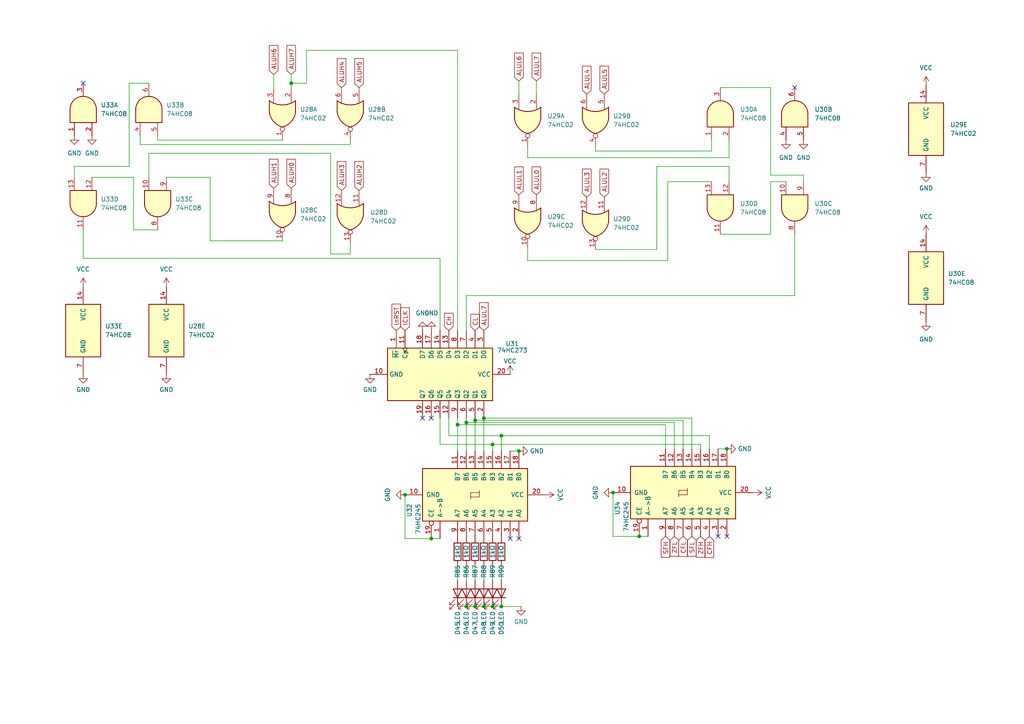
<source format=kicad_sch>
(kicad_sch (version 20211123) (generator eeschema)
  (paper "A4")
  (title_block (title "Talos ES") (date "2022-08-30") (rev "1.0") (company "The Byte Attic") (comment 1 "Kicad file by: Ricardo Setti") (comment 2 "Designed by: Bernardo Kastrup") (comment 3 "Flags"))
  (lib_symbols
    (symbol "74xx:74HC02" (pin_names (offset 1.016))
      (property "Reference" "U" (at 0 1.27 0))
      (property "Value" "74HC02" (at 0 -1.27 0))
      (symbol "74HC02_1_1"
        (arc (start -3.81 -3.81) (mid -2.589 0) (end -3.81 3.81) (stroke (width 0.254)))
        (arc (start -0.6096 -3.81) (mid 2.1842 -2.5851) (end 3.81 0) (stroke (width 0.254)) (fill (type background)))
        (polyline (pts (xy -3.81 -3.81) (xy -0.635 -3.81)) (stroke (width 0.254)) (fill (type background)))
        (polyline (pts (xy -3.81 3.81) (xy -0.635 3.81)) (stroke (width 0.254)) (fill (type background)))
        (polyline (pts (xy -0.635 3.81) (xy -3.81 3.81) (xy -3.81 3.81) (xy -3.556 3.4036) (xy -3.0226 2.2606) (xy -2.6924 1.0414) (xy -2.6162 -0.254) (xy -2.7686 -1.4986) (xy -3.175 -2.7178) (xy -3.81 -3.81) (xy -3.81 -3.81) (xy -0.635 -3.81)) (stroke (width -25.4)) (fill (type background)))
        (arc (start 3.81 0) (mid 2.1915 2.5936) (end -0.6096 3.81) (stroke (width 0.254)) (fill (type background)))
        (pin output inverted (at 7.62 0 180) (length 3.81) (name "~") (number "1"))
        (pin input line (at -7.62 2.54 0) (length 4.318) (name "~") (number "2"))
        (pin input line (at -7.62 -2.54 0) (length 4.318) (name "~") (number "3"))
      )
      (symbol "74HC02_1_2"
        (arc (start 0 -3.81) (mid 3.81 0) (end 0 3.81) (stroke (width 0.254)) (fill (type background)))
        (polyline (pts (xy 0 3.81) (xy -3.81 3.81) (xy -3.81 -3.81) (xy 0 -3.81)) (stroke (width 0.254)) (fill (type background)))
        (pin output line (at 7.62 0 180) (length 3.81) (name "~") (number "1"))
        (pin input inverted (at -7.62 2.54 0) (length 3.81) (name "~") (number "2"))
        (pin input inverted (at -7.62 -2.54 0) (length 3.81) (name "~") (number "3"))
      )
      (symbol "74HC02_2_1"
        (arc (start -3.81 -3.81) (mid -2.589 0) (end -3.81 3.81) (stroke (width 0.254)))
        (arc (start -0.6096 -3.81) (mid 2.1842 -2.5851) (end 3.81 0) (stroke (width 0.254)) (fill (type background)))
        (polyline (pts (xy -3.81 -3.81) (xy -0.635 -3.81)) (stroke (width 0.254)) (fill (type background)))
        (polyline (pts (xy -3.81 3.81) (xy -0.635 3.81)) (stroke (width 0.254)) (fill (type background)))
        (polyline (pts (xy -0.635 3.81) (xy -3.81 3.81) (xy -3.81 3.81) (xy -3.556 3.4036) (xy -3.0226 2.2606) (xy -2.6924 1.0414) (xy -2.6162 -0.254) (xy -2.7686 -1.4986) (xy -3.175 -2.7178) (xy -3.81 -3.81) (xy -3.81 -3.81) (xy -0.635 -3.81)) (stroke (width -25.4)) (fill (type background)))
        (arc (start 3.81 0) (mid 2.1915 2.5936) (end -0.6096 3.81) (stroke (width 0.254)) (fill (type background)))
        (pin output inverted (at 7.62 0 180) (length 3.81) (name "~") (number "4"))
        (pin input line (at -7.62 2.54 0) (length 4.318) (name "~") (number "5"))
        (pin input line (at -7.62 -2.54 0) (length 4.318) (name "~") (number "6"))
      )
      (symbol "74HC02_2_2"
        (arc (start 0 -3.81) (mid 3.81 0) (end 0 3.81) (stroke (width 0.254)) (fill (type background)))
        (polyline (pts (xy 0 3.81) (xy -3.81 3.81) (xy -3.81 -3.81) (xy 0 -3.81)) (stroke (width 0.254)) (fill (type background)))
        (pin output line (at 7.62 0 180) (length 3.81) (name "~") (number "4"))
        (pin input inverted (at -7.62 2.54 0) (length 3.81) (name "~") (number "5"))
        (pin input inverted (at -7.62 -2.54 0) (length 3.81) (name "~") (number "6"))
      )
      (symbol "74HC02_3_1"
        (arc (start -3.81 -3.81) (mid -2.589 0) (end -3.81 3.81) (stroke (width 0.254)))
        (arc (start -0.6096 -3.81) (mid 2.1842 -2.5851) (end 3.81 0) (stroke (width 0.254)) (fill (type background)))
        (polyline (pts (xy -3.81 -3.81) (xy -0.635 -3.81)) (stroke (width 0.254)) (fill (type background)))
        (polyline (pts (xy -3.81 3.81) (xy -0.635 3.81)) (stroke (width 0.254)) (fill (type background)))
        (polyline (pts (xy -0.635 3.81) (xy -3.81 3.81) (xy -3.81 3.81) (xy -3.556 3.4036) (xy -3.0226 2.2606) (xy -2.6924 1.0414) (xy -2.6162 -0.254) (xy -2.7686 -1.4986) (xy -3.175 -2.7178) (xy -3.81 -3.81) (xy -3.81 -3.81) (xy -0.635 -3.81)) (stroke (width -25.4)) (fill (type background)))
        (arc (start 3.81 0) (mid 2.1915 2.5936) (end -0.6096 3.81) (stroke (width 0.254)) (fill (type background)))
        (pin output inverted (at 7.62 0 180) (length 3.81) (name "~") (number "10"))
        (pin input line (at -7.62 2.54 0) (length 4.318) (name "~") (number "8"))
        (pin input line (at -7.62 -2.54 0) (length 4.318) (name "~") (number "9"))
      )
      (symbol "74HC02_3_2"
        (arc (start 0 -3.81) (mid 3.81 0) (end 0 3.81) (stroke (width 0.254)) (fill (type background)))
        (polyline (pts (xy 0 3.81) (xy -3.81 3.81) (xy -3.81 -3.81) (xy 0 -3.81)) (stroke (width 0.254)) (fill (type background)))
        (pin output line (at 7.62 0 180) (length 3.81) (name "~") (number "10"))
        (pin input inverted (at -7.62 2.54 0) (length 3.81) (name "~") (number "8"))
        (pin input inverted (at -7.62 -2.54 0) (length 3.81) (name "~") (number "9"))
      )
      (symbol "74HC02_4_1"
        (arc (start -3.81 -3.81) (mid -2.589 0) (end -3.81 3.81) (stroke (width 0.254)))
        (arc (start -0.6096 -3.81) (mid 2.1842 -2.5851) (end 3.81 0) (stroke (width 0.254)) (fill (type background)))
        (polyline (pts (xy -3.81 -3.81) (xy -0.635 -3.81)) (stroke (width 0.254)) (fill (type background)))
        (polyline (pts (xy -3.81 3.81) (xy -0.635 3.81)) (stroke (width 0.254)) (fill (type background)))
        (polyline (pts (xy -0.635 3.81) (xy -3.81 3.81) (xy -3.81 3.81) (xy -3.556 3.4036) (xy -3.0226 2.2606) (xy -2.6924 1.0414) (xy -2.6162 -0.254) (xy -2.7686 -1.4986) (xy -3.175 -2.7178) (xy -3.81 -3.81) (xy -3.81 -3.81) (xy -0.635 -3.81)) (stroke (width -25.4)) (fill (type background)))
        (arc (start 3.81 0) (mid 2.1915 2.5936) (end -0.6096 3.81) (stroke (width 0.254)) (fill (type background)))
        (pin input line (at -7.62 2.54 0) (length 4.318) (name "~") (number "11"))
        (pin input line (at -7.62 -2.54 0) (length 4.318) (name "~") (number "12"))
        (pin output inverted (at 7.62 0 180) (length 3.81) (name "~") (number "13"))
      )
      (symbol "74HC02_4_2"
        (arc (start 0 -3.81) (mid 3.81 0) (end 0 3.81) (stroke (width 0.254)) (fill (type background)))
        (polyline (pts (xy 0 3.81) (xy -3.81 3.81) (xy -3.81 -3.81) (xy 0 -3.81)) (stroke (width 0.254)) (fill (type background)))
        (pin input inverted (at -7.62 2.54 0) (length 3.81) (name "~") (number "11"))
        (pin input inverted (at -7.62 -2.54 0) (length 3.81) (name "~") (number "12"))
        (pin output line (at 7.62 0 180) (length 3.81) (name "~") (number "13"))
      )
      (symbol "74HC02_5_0"
        (pin power_in line (at 0 12.7 270) (length 5.08) (name "VCC") (number "14"))
        (pin power_in line (at 0 -12.7 90) (length 5.08) (name "GND") (number "7"))
      )
      (symbol "74HC02_5_1"
        (rectangle (start -5.08 7.62) (end 5.08 -7.62) (stroke (width 0.254)) (fill (type background)))
      )
    )
    (symbol "74xx:74HC245" (pin_names (offset 1.016))
      (property "Reference" "U" (at -7.62 16.51 0))
      (property "Value" "74HC245" (at -7.62 -16.51 0))
      (symbol "74HC245_1_0"
        (polyline (pts (xy -0.635 -1.27) (xy -0.635 1.27) (xy 0.635 1.27)))
        (polyline (pts (xy -1.27 -1.27) (xy 0.635 -1.27) (xy 0.635 1.27) (xy 1.27 1.27)))
        (pin input line (at -12.7 -10.16 0) (length 5.08) (name "A->B") (number "1"))
        (pin power_in line (at 0 -20.32 90) (length 5.08) (name "GND") (number "10"))
        (pin tri_state line (at 12.7 -5.08 180) (length 5.08) (name "B7") (number "11"))
        (pin tri_state line (at 12.7 -2.54 180) (length 5.08) (name "B6") (number "12"))
        (pin tri_state line (at 12.7 0 180) (length 5.08) (name "B5") (number "13"))
        (pin tri_state line (at 12.7 2.54 180) (length 5.08) (name "B4") (number "14"))
        (pin tri_state line (at 12.7 5.08 180) (length 5.08) (name "B3") (number "15"))
        (pin tri_state line (at 12.7 7.62 180) (length 5.08) (name "B2") (number "16"))
        (pin tri_state line (at 12.7 10.16 180) (length 5.08) (name "B1") (number "17"))
        (pin tri_state line (at 12.7 12.7 180) (length 5.08) (name "B0") (number "18"))
        (pin input inverted (at -12.7 -12.7 0) (length 5.08) (name "CE") (number "19"))
        (pin tri_state line (at -12.7 12.7 0) (length 5.08) (name "A0") (number "2"))
        (pin power_in line (at 0 20.32 270) (length 5.08) (name "VCC") (number "20"))
        (pin tri_state line (at -12.7 10.16 0) (length 5.08) (name "A1") (number "3"))
        (pin tri_state line (at -12.7 7.62 0) (length 5.08) (name "A2") (number "4"))
        (pin tri_state line (at -12.7 5.08 0) (length 5.08) (name "A3") (number "5"))
        (pin tri_state line (at -12.7 2.54 0) (length 5.08) (name "A4") (number "6"))
        (pin tri_state line (at -12.7 0 0) (length 5.08) (name "A5") (number "7"))
        (pin tri_state line (at -12.7 -2.54 0) (length 5.08) (name "A6") (number "8"))
        (pin tri_state line (at -12.7 -5.08 0) (length 5.08) (name "A7") (number "9"))
      )
      (symbol "74HC245_1_1"
        (rectangle (start -7.62 15.24) (end 7.62 -15.24) (stroke (width 0.254)) (fill (type background)))
      )
    )
    (symbol "74xx:74HC273"
      (property "Reference" "U" (at -7.62 16.51 0))
      (property "Value" "74HC273" (at -7.62 -16.51 0))
      (symbol "74HC273_1_0"
        (pin input line (at -12.7 -12.7 0) (length 5.08) (name "~{Mr}") (number "1"))
        (pin power_in line (at 0 -20.32 90) (length 5.08) (name "GND") (number "10"))
        (pin input clock (at -12.7 -10.16 0) (length 5.08) (name "Cp") (number "11"))
        (pin output line (at 12.7 2.54 180) (length 5.08) (name "Q4") (number "12"))
        (pin input line (at -12.7 2.54 0) (length 5.08) (name "D4") (number "13"))
        (pin input line (at -12.7 0 0) (length 5.08) (name "D5") (number "14"))
        (pin output line (at 12.7 0 180) (length 5.08) (name "Q5") (number "15"))
        (pin output line (at 12.7 -2.54 180) (length 5.08) (name "Q6") (number "16"))
        (pin input line (at -12.7 -2.54 0) (length 5.08) (name "D6") (number "17"))
        (pin input line (at -12.7 -5.08 0) (length 5.08) (name "D7") (number "18"))
        (pin output line (at 12.7 -5.08 180) (length 5.08) (name "Q7") (number "19"))
        (pin output line (at 12.7 12.7 180) (length 5.08) (name "Q0") (number "2"))
        (pin power_in line (at 0 20.32 270) (length 5.08) (name "VCC") (number "20"))
        (pin input line (at -12.7 12.7 0) (length 5.08) (name "D0") (number "3"))
        (pin input line (at -12.7 10.16 0) (length 5.08) (name "D1") (number "4"))
        (pin output line (at 12.7 10.16 180) (length 5.08) (name "Q1") (number "5"))
        (pin output line (at 12.7 7.62 180) (length 5.08) (name "Q2") (number "6"))
        (pin input line (at -12.7 7.62 0) (length 5.08) (name "D2") (number "7"))
        (pin input line (at -12.7 5.08 0) (length 5.08) (name "D3") (number "8"))
        (pin output line (at 12.7 5.08 180) (length 5.08) (name "Q3") (number "9"))
      )
      (symbol "74HC273_1_1"
        (rectangle (start -7.62 15.24) (end 7.62 -15.24) (stroke (width 0.254)) (fill (type background)))
      )
    )
    (symbol "74xx:74LS08" (pin_names (offset 1.016))
      (property "Reference" "U" (at 0 1.27 0))
      (property "Value" "74LS08" (at 0 -1.27 0))
      (symbol "74LS08_1_1"
        (arc (start 0 -3.81) (mid 3.81 0) (end 0 3.81) (stroke (width 0.254)) (fill (type background)))
        (polyline (pts (xy 0 3.81) (xy -3.81 3.81) (xy -3.81 -3.81) (xy 0 -3.81)) (stroke (width 0.254)) (fill (type background)))
        (pin input line (at -7.62 2.54 0) (length 3.81) (name "~") (number "1"))
        (pin input line (at -7.62 -2.54 0) (length 3.81) (name "~") (number "2"))
        (pin output line (at 7.62 0 180) (length 3.81) (name "~") (number "3"))
      )
      (symbol "74LS08_1_2"
        (arc (start -3.81 -3.81) (mid -2.589 0) (end -3.81 3.81) (stroke (width 0.254)))
        (arc (start -0.6096 -3.81) (mid 2.1842 -2.5851) (end 3.81 0) (stroke (width 0.254)) (fill (type background)))
        (polyline (pts (xy -3.81 -3.81) (xy -0.635 -3.81)) (stroke (width 0.254)) (fill (type background)))
        (polyline (pts (xy -3.81 3.81) (xy -0.635 3.81)) (stroke (width 0.254)) (fill (type background)))
        (polyline (pts (xy -0.635 3.81) (xy -3.81 3.81) (xy -3.81 3.81) (xy -3.556 3.4036) (xy -3.0226 2.2606) (xy -2.6924 1.0414) (xy -2.6162 -0.254) (xy -2.7686 -1.4986) (xy -3.175 -2.7178) (xy -3.81 -3.81) (xy -3.81 -3.81) (xy -0.635 -3.81)) (stroke (width -25.4)) (fill (type background)))
        (arc (start 3.81 0) (mid 2.1915 2.5936) (end -0.6096 3.81) (stroke (width 0.254)) (fill (type background)))
        (pin input inverted (at -7.62 2.54 0) (length 4.318) (name "~") (number "1"))
        (pin input inverted (at -7.62 -2.54 0) (length 4.318) (name "~") (number "2"))
        (pin output inverted (at 7.62 0 180) (length 3.81) (name "~") (number "3"))
      )
      (symbol "74LS08_2_1"
        (arc (start 0 -3.81) (mid 3.81 0) (end 0 3.81) (stroke (width 0.254)) (fill (type background)))
        (polyline (pts (xy 0 3.81) (xy -3.81 3.81) (xy -3.81 -3.81) (xy 0 -3.81)) (stroke (width 0.254)) (fill (type background)))
        (pin input line (at -7.62 2.54 0) (length 3.81) (name "~") (number "4"))
        (pin input line (at -7.62 -2.54 0) (length 3.81) (name "~") (number "5"))
        (pin output line (at 7.62 0 180) (length 3.81) (name "~") (number "6"))
      )
      (symbol "74LS08_2_2"
        (arc (start -3.81 -3.81) (mid -2.589 0) (end -3.81 3.81) (stroke (width 0.254)))
        (arc (start -0.6096 -3.81) (mid 2.1842 -2.5851) (end 3.81 0) (stroke (width 0.254)) (fill (type background)))
        (polyline (pts (xy -3.81 -3.81) (xy -0.635 -3.81)) (stroke (width 0.254)) (fill (type background)))
        (polyline (pts (xy -3.81 3.81) (xy -0.635 3.81)) (stroke (width 0.254)) (fill (type background)))
        (polyline (pts (xy -0.635 3.81) (xy -3.81 3.81) (xy -3.81 3.81) (xy -3.556 3.4036) (xy -3.0226 2.2606) (xy -2.6924 1.0414) (xy -2.6162 -0.254) (xy -2.7686 -1.4986) (xy -3.175 -2.7178) (xy -3.81 -3.81) (xy -3.81 -3.81) (xy -0.635 -3.81)) (stroke (width -25.4)) (fill (type background)))
        (arc (start 3.81 0) (mid 2.1915 2.5936) (end -0.6096 3.81) (stroke (width 0.254)) (fill (type background)))
        (pin input inverted (at -7.62 2.54 0) (length 4.318) (name "~") (number "4"))
        (pin input inverted (at -7.62 -2.54 0) (length 4.318) (name "~") (number "5"))
        (pin output inverted (at 7.62 0 180) (length 3.81) (name "~") (number "6"))
      )
      (symbol "74LS08_3_1"
        (arc (start 0 -3.81) (mid 3.81 0) (end 0 3.81) (stroke (width 0.254)) (fill (type background)))
        (polyline (pts (xy 0 3.81) (xy -3.81 3.81) (xy -3.81 -3.81) (xy 0 -3.81)) (stroke (width 0.254)) (fill (type background)))
        (pin input line (at -7.62 -2.54 0) (length 3.81) (name "~") (number "10"))
        (pin output line (at 7.62 0 180) (length 3.81) (name "~") (number "8"))
        (pin input line (at -7.62 2.54 0) (length 3.81) (name "~") (number "9"))
      )
      (symbol "74LS08_3_2"
        (arc (start -3.81 -3.81) (mid -2.589 0) (end -3.81 3.81) (stroke (width 0.254)))
        (arc (start -0.6096 -3.81) (mid 2.1842 -2.5851) (end 3.81 0) (stroke (width 0.254)) (fill (type background)))
        (polyline (pts (xy -3.81 -3.81) (xy -0.635 -3.81)) (stroke (width 0.254)) (fill (type background)))
        (polyline (pts (xy -3.81 3.81) (xy -0.635 3.81)) (stroke (width 0.254)) (fill (type background)))
        (polyline (pts (xy -0.635 3.81) (xy -3.81 3.81) (xy -3.81 3.81) (xy -3.556 3.4036) (xy -3.0226 2.2606) (xy -2.6924 1.0414) (xy -2.6162 -0.254) (xy -2.7686 -1.4986) (xy -3.175 -2.7178) (xy -3.81 -3.81) (xy -3.81 -3.81) (xy -0.635 -3.81)) (stroke (width -25.4)) (fill (type background)))
        (arc (start 3.81 0) (mid 2.1915 2.5936) (end -0.6096 3.81) (stroke (width 0.254)) (fill (type background)))
        (pin input inverted (at -7.62 -2.54 0) (length 4.318) (name "~") (number "10"))
        (pin output inverted (at 7.62 0 180) (length 3.81) (name "~") (number "8"))
        (pin input inverted (at -7.62 2.54 0) (length 4.318) (name "~") (number "9"))
      )
      (symbol "74LS08_4_1"
        (arc (start 0 -3.81) (mid 3.81 0) (end 0 3.81) (stroke (width 0.254)) (fill (type background)))
        (polyline (pts (xy 0 3.81) (xy -3.81 3.81) (xy -3.81 -3.81) (xy 0 -3.81)) (stroke (width 0.254)) (fill (type background)))
        (pin output line (at 7.62 0 180) (length 3.81) (name "~") (number "11"))
        (pin input line (at -7.62 2.54 0) (length 3.81) (name "~") (number "12"))
        (pin input line (at -7.62 -2.54 0) (length 3.81) (name "~") (number "13"))
      )
      (symbol "74LS08_4_2"
        (arc (start -3.81 -3.81) (mid -2.589 0) (end -3.81 3.81) (stroke (width 0.254)))
        (arc (start -0.6096 -3.81) (mid 2.1842 -2.5851) (end 3.81 0) (stroke (width 0.254)) (fill (type background)))
        (polyline (pts (xy -3.81 -3.81) (xy -0.635 -3.81)) (stroke (width 0.254)) (fill (type background)))
        (polyline (pts (xy -3.81 3.81) (xy -0.635 3.81)) (stroke (width 0.254)) (fill (type background)))
        (polyline (pts (xy -0.635 3.81) (xy -3.81 3.81) (xy -3.81 3.81) (xy -3.556 3.4036) (xy -3.0226 2.2606) (xy -2.6924 1.0414) (xy -2.6162 -0.254) (xy -2.7686 -1.4986) (xy -3.175 -2.7178) (xy -3.81 -3.81) (xy -3.81 -3.81) (xy -0.635 -3.81)) (stroke (width -25.4)) (fill (type background)))
        (arc (start 3.81 0) (mid 2.1915 2.5936) (end -0.6096 3.81) (stroke (width 0.254)) (fill (type background)))
        (pin output inverted (at 7.62 0 180) (length 3.81) (name "~") (number "11"))
        (pin input inverted (at -7.62 2.54 0) (length 4.318) (name "~") (number "12"))
        (pin input inverted (at -7.62 -2.54 0) (length 4.318) (name "~") (number "13"))
      )
      (symbol "74LS08_5_0"
        (pin power_in line (at 0 12.7 270) (length 5.08) (name "VCC") (number "14"))
        (pin power_in line (at 0 -12.7 90) (length 5.08) (name "GND") (number "7"))
      )
      (symbol "74LS08_5_1"
        (rectangle (start -5.08 7.62) (end 5.08 -7.62) (stroke (width 0.254)) (fill (type background)))
      )
    )
    (symbol "Device:LED" (pin_numbers hide) (pin_names (offset 1.016) hide)
      (property "Reference" "D" (at 0 2.54 0))
      (property "Value" "LED" (at 0 -2.54 0))
      (symbol "LED_0_1"
        (polyline (pts (xy -1.27 -1.27) (xy -1.27 1.27)) (stroke (width 0.254)))
        (polyline (pts (xy -1.27 0) (xy 1.27 0)))
        (polyline (pts (xy 1.27 -1.27) (xy 1.27 1.27) (xy -1.27 0) (xy 1.27 -1.27)) (stroke (width 0.254)))
        (polyline (pts (xy -3.048 -0.762) (xy -4.572 -2.286) (xy -3.81 -2.286) (xy -4.572 -2.286) (xy -4.572 -1.524)))
        (polyline (pts (xy -1.778 -0.762) (xy -3.302 -2.286) (xy -2.54 -2.286) (xy -3.302 -2.286) (xy -3.302 -1.524)))
      )
      (symbol "LED_1_1"
        (pin passive line (at -3.81 0 0) (length 2.54) (name "K") (number "1"))
        (pin passive line (at 3.81 0 180) (length 2.54) (name "A") (number "2"))
      )
    )
    (symbol "Device:R" (pin_numbers hide) (pin_names (offset 0))
      (property "Reference" "R" (at 2.032 0 90))
      (property "Value" "R" (at 0 0 90))
      (symbol "R_0_1"
        (rectangle (start -1.016 -2.54) (end 1.016 2.54) (stroke (width 0.254)))
      )
      (symbol "R_1_1"
        (pin passive line (at 0 3.81 270) (length 1.27) (name "~") (number "1"))
        (pin passive line (at 0 -3.81 90) (length 1.27) (name "~") (number "2"))
      )
    )
    (symbol "power:GND" (power) (pin_names (offset 0))
      (property "Value" "GND" (at 0 -3.81 0))
      (symbol "GND_0_1"
        (polyline (pts (xy 0 0) (xy 0 -1.27) (xy 1.27 -1.27) (xy 0 -2.54) (xy -1.27 -1.27) (xy 0 -1.27)))
      )
      (symbol "GND_1_1"
        (pin power_in line (at 0 0 270) (length 0) hide (name "GND") (number "1"))
      )
    )
    (symbol "power:VCC" (power) (pin_names (offset 0))
      (property "Value" "VCC" (at 0 3.81 0))
      (symbol "VCC_0_1"
        (polyline (pts (xy -0.762 1.27) (xy 0 2.54)))
        (polyline (pts (xy 0 0) (xy 0 2.54)))
        (polyline (pts (xy 0 2.54) (xy 0.762 1.27)))
      )
      (symbol "VCC_1_1"
        (pin power_in line (at 0 0 90) (length 0) hide (name "VCC") (number "1"))
      )
    )
  )
  (junction (at 132.715 123.19))
  (junction (at 140.335 175.895))
  (junction (at 145.415 175.895))
  (junction (at 145.415 126.365))
  (junction (at 177.8 142.875))
  (junction (at 137.795 121.92))
  (junction (at 84.455 24.13))
  (junction (at 140.335 121.285))
  (junction (at 135.255 122.555))
  (junction (at 142.875 128.905))
  (junction (at 185.42 155.575))
  (junction (at 210.82 130.175))
  (junction (at 135.255 175.895))
  (junction (at 142.875 175.895))
  (junction (at 125.095 156.21))
  (junction (at 137.795 175.895))
  (junction (at 117.475 143.51))
  (junction (at 150.495 130.81))
  (no_connect (at 150.495 156.21))
  (no_connect (at 147.955 156.21))
  (no_connect (at 210.82 155.575))
  (no_connect (at 125.095 121.285))
  (no_connect (at 122.555 121.285))
  (no_connect (at 24.13 24.13))
  (no_connect (at 208.28 155.575))
  (no_connect (at 230.505 25.4))
  (wire (pts (xy 88.9 14.605) (xy 88.9 24.13)))
  (wire (pts (xy 142.875 175.895) (xy 145.415 175.895)))
  (wire (pts (xy 117.475 143.51) (xy 117.475 156.21)))
  (wire (pts (xy 130.175 121.285) (xy 130.175 126.365)))
  (wire (pts (xy 137.795 175.895) (xy 140.335 175.895)))
  (wire (pts (xy 223.52 52.705) (xy 223.52 67.945)))
  (wire (pts (xy 203.2 128.905) (xy 142.875 128.905)))
  (wire (pts (xy 185.42 155.575) (xy 187.96 155.575)))
  (wire (pts (xy 177.8 142.875) (xy 177.8 155.575)))
  (wire (pts (xy 101.6 73.66) (xy 101.6 70.485)))
  (wire (pts (xy 88.9 24.13) (xy 84.455 24.13)))
  (wire (pts (xy 79.375 21.59) (xy 79.375 25.4)))
  (wire (pts (xy 155.575 23.495) (xy 155.575 27.305)))
  (wire (pts (xy 45.72 40.64) (xy 45.72 39.37)))
  (wire (pts (xy 206.375 43.815) (xy 172.72 43.815)))
  (wire (pts (xy 172.72 42.545) (xy 172.72 43.815)))
  (wire (pts (xy 125.095 156.21) (xy 127.635 156.21)))
  (wire (pts (xy 227.965 52.705) (xy 223.52 52.705)))
  (wire (pts (xy 21.59 48.26) (xy 21.59 51.435)))
  (wire (pts (xy 132.715 163.83) (xy 132.715 168.275)))
  (wire (pts (xy 223.52 50.8) (xy 233.045 50.8)))
  (wire (pts (xy 233.045 50.8) (xy 233.045 52.705)))
  (wire (pts (xy 45.72 66.675) (xy 38.735 66.675)))
  (wire (pts (xy 95.885 44.45) (xy 43.18 44.45)))
  (wire (pts (xy 101.6 41.91) (xy 40.64 41.91)))
  (wire (pts (xy 132.715 95.885) (xy 132.715 14.605)))
  (wire (pts (xy 206.375 52.705) (xy 193.675 52.705)))
  (wire (pts (xy 203.2 130.175) (xy 203.2 128.905)))
  (wire (pts (xy 43.18 44.45) (xy 43.18 51.435)))
  (wire (pts (xy 223.52 25.4) (xy 223.52 50.8)))
  (wire (pts (xy 145.415 163.83) (xy 145.415 168.275)))
  (wire (pts (xy 81.915 40.64) (xy 45.72 40.64)))
  (wire (pts (xy 208.915 25.4) (xy 223.52 25.4)))
  (wire (pts (xy 140.335 163.83) (xy 140.335 168.275)))
  (wire (pts (xy 132.715 14.605) (xy 88.9 14.605)))
  (wire (pts (xy 211.455 45.72) (xy 153.035 45.72)))
  (wire (pts (xy 84.455 21.59) (xy 84.455 24.13)))
  (wire (pts (xy 195.58 130.175) (xy 195.58 122.555)))
  (wire (pts (xy 132.715 175.895) (xy 135.255 175.895)))
  (wire (pts (xy 193.04 130.175) (xy 193.04 123.19)))
  (wire (pts (xy 193.675 52.705) (xy 193.675 75.565)))
  (wire (pts (xy 150.495 23.495) (xy 150.495 27.305)))
  (wire (pts (xy 147.955 130.81) (xy 150.495 130.81)))
  (wire (pts (xy 132.715 121.285) (xy 132.715 123.19)))
  (wire (pts (xy 153.035 45.72) (xy 153.035 42.545)))
  (wire (pts (xy 145.415 130.81) (xy 145.415 126.365)))
  (wire (pts (xy 193.675 75.565) (xy 153.035 75.565)))
  (wire (pts (xy 145.415 175.895) (xy 151.13 175.895)))
  (wire (pts (xy 60.96 51.435) (xy 48.26 51.435)))
  (wire (pts (xy 137.795 121.92) (xy 137.795 130.81)))
  (wire (pts (xy 38.735 51.435) (xy 26.67 51.435)))
  (wire (pts (xy 135.255 163.83) (xy 135.255 168.275)))
  (wire (pts (xy 40.64 41.91) (xy 40.64 39.37)))
  (wire (pts (xy 132.715 123.19) (xy 132.715 130.81)))
  (wire (pts (xy 198.12 130.175) (xy 198.12 121.92)))
  (wire (pts (xy 127.635 128.905) (xy 127.635 121.285)))
  (wire (pts (xy 127.635 95.885) (xy 127.635 74.93)))
  (wire (pts (xy 60.96 51.435) (xy 60.96 69.85)))
  (wire (pts (xy 135.255 122.555) (xy 135.255 130.81)))
  (wire (pts (xy 198.12 121.92) (xy 137.795 121.92)))
  (wire (pts (xy 142.875 130.81) (xy 142.875 128.905)))
  (wire (pts (xy 206.375 40.64) (xy 206.375 43.815)))
  (wire (pts (xy 84.455 24.13) (xy 84.455 25.4)))
  (wire (pts (xy 60.96 69.85) (xy 81.915 69.85)))
  (wire (pts (xy 177.8 155.575) (xy 185.42 155.575)))
  (wire (pts (xy 140.335 121.285) (xy 140.335 130.81)))
  (wire (pts (xy 211.455 40.64) (xy 211.455 45.72)))
  (wire (pts (xy 205.74 126.365) (xy 145.415 126.365)))
  (wire (pts (xy 195.58 122.555) (xy 135.255 122.555)))
  (wire (pts (xy 205.74 130.175) (xy 205.74 126.365)))
  (wire (pts (xy 142.875 128.905) (xy 127.635 128.905)))
  (wire (pts (xy 117.475 156.21) (xy 125.095 156.21)))
  (wire (pts (xy 190.5 48.26) (xy 190.5 72.39)))
  (wire (pts (xy 135.255 121.285) (xy 135.255 122.555)))
  (wire (pts (xy 37.465 24.13) (xy 37.465 48.26)))
  (wire (pts (xy 135.255 85.725) (xy 135.255 95.885)))
  (wire (pts (xy 95.885 73.66) (xy 101.6 73.66)))
  (wire (pts (xy 37.465 48.26) (xy 21.59 48.26)))
  (wire (pts (xy 230.505 67.945) (xy 230.505 85.725)))
  (wire (pts (xy 145.415 126.365) (xy 130.175 126.365)))
  (wire (pts (xy 200.66 121.285) (xy 140.335 121.285)))
  (wire (pts (xy 211.455 48.26) (xy 190.5 48.26)))
  (wire (pts (xy 135.255 175.895) (xy 137.795 175.895)))
  (wire (pts (xy 137.795 163.83) (xy 137.795 168.275)))
  (wire (pts (xy 230.505 85.725) (xy 135.255 85.725)))
  (wire (pts (xy 200.66 130.175) (xy 200.66 121.285)))
  (wire (pts (xy 142.875 163.83) (xy 142.875 168.275)))
  (wire (pts (xy 153.035 75.565) (xy 153.035 71.755)))
  (wire (pts (xy 127.635 74.93) (xy 24.13 74.93)))
  (wire (pts (xy 193.04 123.19) (xy 132.715 123.19)))
  (wire (pts (xy 137.795 121.285) (xy 137.795 121.92)))
  (wire (pts (xy 223.52 67.945) (xy 208.915 67.945)))
  (wire (pts (xy 101.6 40.64) (xy 101.6 41.91)))
  (wire (pts (xy 38.735 66.675) (xy 38.735 51.435)))
  (wire (pts (xy 24.13 74.93) (xy 24.13 66.675)))
  (wire (pts (xy 140.335 175.895) (xy 142.875 175.895)))
  (wire (pts (xy 95.885 44.45) (xy 95.885 73.66)))
  (wire (pts (xy 211.455 52.705) (xy 211.455 48.26)))
  (wire (pts (xy 43.18 24.13) (xy 37.465 24.13)))
  (wire (pts (xy 190.5 72.39) (xy 172.72 72.39)))
  (wire (pts (xy 208.28 130.175) (xy 210.82 130.175)))
  (global_label "CH" (shape input) (at 130.175 95.885 90) (property "Intersheet References" "${INTERSHEET_REFS}" (effects hide)))
  (global_label "ALUL4" (shape input) (at 170.18 27.305 90) (property "Intersheet References" "${INTERSHEET_REFS}" (effects hide)))
  (global_label "ALUL0" (shape input) (at 155.575 56.515 90) (property "Intersheet References" "${INTERSHEET_REFS}" (effects hide)))
  (global_label "ALUH5" (shape input) (at 104.14 25.4 90) (property "Intersheet References" "${INTERSHEET_REFS}" (effects hide)))
  (global_label "ALUL7" (shape input) (at 140.335 95.885 90) (property "Intersheet References" "${INTERSHEET_REFS}" (effects hide)))
  (global_label "ALUH4" (shape input) (at 99.06 25.4 90) (property "Intersheet References" "${INTERSHEET_REFS}" (effects hide)))
  (global_label "lCLK" (shape input) (at 117.475 95.885 90) (property "Intersheet References" "${INTERSHEET_REFS}" (effects hide)))
  (global_label "lnRST" (shape input) (at 114.935 95.885 90) (property "Intersheet References" "${INTERSHEET_REFS}" (effects hide)))
  (global_label "ALUL2" (shape input) (at 175.26 57.15 90) (property "Intersheet References" "${INTERSHEET_REFS}" (effects hide)))
  (global_label "ALUL3" (shape input) (at 170.18 57.15 90) (property "Intersheet References" "${INTERSHEET_REFS}" (effects hide)))
  (global_label "SFH" (shape input) (at 193.04 155.575 270) (property "Intersheet References" "${INTERSHEET_REFS}" (effects hide)))
  (global_label "ALUH1" (shape input) (at 79.375 54.61 90) (property "Intersheet References" "${INTERSHEET_REFS}" (effects hide)))
  (global_label "ALUH3" (shape input) (at 99.06 55.245 90) (property "Intersheet References" "${INTERSHEET_REFS}" (effects hide)))
  (global_label "SFL" (shape input) (at 200.66 155.575 270) (property "Intersheet References" "${INTERSHEET_REFS}" (effects hide)))
  (global_label "ALUH0" (shape input) (at 84.455 54.61 90) (property "Intersheet References" "${INTERSHEET_REFS}" (effects hide)))
  (global_label "ZFH" (shape input) (at 203.2 155.575 270) (property "Intersheet References" "${INTERSHEET_REFS}" (effects hide)))
  (global_label "ALUL5" (shape input) (at 175.26 27.305 90) (property "Intersheet References" "${INTERSHEET_REFS}" (effects hide)))
  (global_label "CFH" (shape input) (at 205.74 155.575 270) (property "Intersheet References" "${INTERSHEET_REFS}" (effects hide)))
  (global_label "CL" (shape input) (at 137.795 95.885 90) (property "Intersheet References" "${INTERSHEET_REFS}" (effects hide)))
  (global_label "CFL" (shape input) (at 198.12 155.575 270) (property "Intersheet References" "${INTERSHEET_REFS}" (effects hide)))
  (global_label "ALUH2" (shape input) (at 104.14 55.245 90) (property "Intersheet References" "${INTERSHEET_REFS}" (effects hide)))
  (global_label "ALUH6" (shape input) (at 79.375 21.59 90) (property "Intersheet References" "${INTERSHEET_REFS}" (effects hide)))
  (global_label "ALUL6" (shape input) (at 150.495 23.495 90) (property "Intersheet References" "${INTERSHEET_REFS}" (effects hide)))
  (global_label "ZFL" (shape input) (at 195.58 155.575 270) (property "Intersheet References" "${INTERSHEET_REFS}" (effects hide)))
  (global_label "ALUL1" (shape input) (at 150.495 56.515 90) (property "Intersheet References" "${INTERSHEET_REFS}" (effects hide)))
  (global_label "ALUL7" (shape input) (at 155.575 23.495 90) (property "Intersheet References" "${INTERSHEET_REFS}" (effects hide)))
  (global_label "ALUH7" (shape input) (at 84.455 21.59 90) (property "Intersheet References" "${INTERSHEET_REFS}" (effects hide)))
  (symbol (lib_id "74xx:74HC273") (at 127.635 108.585 270) (unit 1)
    (property "Reference" "U31" (at 148.59 99.695 90))
    (property "Value" "74HC273" (at 148.59 101.6 90))
    (property "Footprint" "Package_DIP:DIP-20_W7.62mm_Socket" (effects hide))
    (property "Datasheet" "https://assets.nexperia.com/documents/data-sheet/74HC_HCT273.pdf" (effects hide))
  )
  (symbol (lib_id "74xx:74LS08") (at 230.505 60.325 270) (unit 3)
    (property "Reference" "U30" (at 236.22 59.0549 90) (effects (justify left)))
    (property "Value" "74HC08" (at 236.22 61.5949 90) (effects (justify left)))
    (property "Footprint" "Package_DIP:DIP-14_W7.62mm_Socket" (effects hide))
    (property "Datasheet" "http://www.ti.com/lit/gpn/sn74LS08" (effects hide))
  )
  (symbol (lib_id "Device:R") (at 142.875 160.02 0) (mirror x) (unit 1)
    (property "Reference" "R89" (at 142.875 165.735 90))
    (property "Value" "1kΩ" (at 142.875 160.02 90))
    (property "Footprint" "Resistor_THT:R_Axial_DIN0207_L6.3mm_D2.5mm_P7.62mm_Horizontal" (effects hide))
  )
  (symbol (lib_id "Device:R") (at 137.795 160.02 0) (mirror x) (unit 1)
    (property "Reference" "R87" (at 137.795 165.735 90))
    (property "Value" "1kΩ" (at 137.795 160.02 90))
    (property "Footprint" "Resistor_THT:R_Axial_DIN0207_L6.3mm_D2.5mm_P7.62mm_Horizontal" (effects hide))
  )
  (symbol (lib_id "Device:LED") (at 137.795 172.085 270) (mirror x) (unit 1)
    (property "Reference" "D47" (at 137.795 182.245 0))
    (property "Value" "LED" (at 137.795 179.07 0))
    (property "Footprint" "LED_THT:LED_D5.0mm" (effects hide))
  )
  (symbol (lib_id "power:GND") (at 21.59 39.37 0) (unit 1)
    (property "Reference" "#PWR0205" (effects hide))
    (property "Value" "GND" (at 21.59 44.45 0))
  )
  (symbol (lib_id "Device:LED") (at 142.875 172.085 270) (mirror x) (unit 1)
    (property "Reference" "D49" (at 142.875 182.245 0))
    (property "Value" "LED" (at 142.875 179.07 0))
    (property "Footprint" "LED_THT:LED_D5.0mm" (effects hide))
  )
  (symbol (lib_id "74xx:74LS08") (at 24.13 31.75 90) (unit 1)
    (property "Reference" "U33" (at 29.21 30.4799 90) (effects (justify right)))
    (property "Value" "74HC08" (at 29.21 33.0199 90) (effects (justify right)))
    (property "Footprint" "Package_DIP:DIP-14_W7.62mm_Socket" (effects hide))
    (property "Datasheet" "http://www.ti.com/lit/gpn/sn74LS08" (effects hide))
  )
  (symbol (lib_id "74xx:74HC02") (at 153.035 64.135 270) (unit 3)
    (property "Reference" "U29" (at 158.75 62.8649 90) (effects (justify left)))
    (property "Value" "74HC02" (at 158.75 65.4049 90) (effects (justify left)))
    (property "Footprint" "Package_DIP:DIP-14_W7.62mm_Socket" (effects hide))
    (property "Datasheet" "http://www.ti.com/lit/gpn/sn74hc02" (effects hide))
  )
  (symbol (lib_id "74xx:74LS08") (at 208.915 60.325 270) (unit 4)
    (property "Reference" "U30" (at 214.63 59.0549 90) (effects (justify left)))
    (property "Value" "74HC08" (at 214.63 61.5949 90) (effects (justify left)))
    (property "Footprint" "Package_DIP:DIP-14_W7.62mm_Socket" (effects hide))
    (property "Datasheet" "http://www.ti.com/lit/gpn/sn74LS08" (effects hide))
  )
  (symbol (lib_id "Device:R") (at 132.715 160.02 0) (mirror x) (unit 1)
    (property "Reference" "R85" (at 132.715 165.735 90))
    (property "Value" "1kΩ" (at 132.715 160.02 90))
    (property "Footprint" "Resistor_THT:R_Axial_DIN0207_L6.3mm_D2.5mm_P7.62mm_Horizontal" (effects hide))
  )
  (symbol (lib_id "74xx:74LS08") (at 230.505 33.02 90) (unit 2)
    (property "Reference" "U30" (at 236.22 31.7499 90) (effects (justify right)))
    (property "Value" "74HC08" (at 236.22 34.2899 90) (effects (justify right)))
    (property "Footprint" "Package_DIP:DIP-14_W7.62mm_Socket" (effects hide))
    (property "Datasheet" "http://www.ti.com/lit/gpn/sn74LS08" (effects hide))
  )
  (symbol (lib_id "74xx:74HC02") (at 101.6 33.02 270) (unit 2)
    (property "Reference" "U28" (at 106.68 31.7499 90) (effects (justify left)))
    (property "Value" "74HC02" (at 106.68 34.2899 90) (effects (justify left)))
    (property "Footprint" "Package_DIP:DIP-14_W7.62mm_Socket" (effects hide))
    (property "Datasheet" "http://www.ti.com/lit/gpn/sn74hc02" (effects hide))
  )
  (symbol (lib_id "power:GND") (at 210.82 130.175 90) (unit 1)
    (property "Reference" "#PWR0230" (effects hide))
    (property "Value" "GND" (at 213.995 130.1749 90) (effects (justify right)))
  )
  (symbol (lib_id "74xx:74HC02") (at 172.72 34.925 270) (unit 2)
    (property "Reference" "U29" (at 177.8 33.6549 90) (effects (justify left)))
    (property "Value" "74HC02" (at 177.8 36.1949 90) (effects (justify left)))
    (property "Footprint" "Package_DIP:DIP-14_W7.62mm_Socket" (effects hide))
    (property "Datasheet" "http://www.ti.com/lit/gpn/sn74hc02" (effects hide))
  )
  (symbol (lib_id "74xx:74LS08") (at 208.915 33.02 90) (unit 1)
    (property "Reference" "U30" (at 214.63 31.7499 90) (effects (justify right)))
    (property "Value" "74HC08" (at 214.63 34.2899 90) (effects (justify right)))
    (property "Footprint" "Package_DIP:DIP-14_W7.62mm_Socket" (effects hide))
    (property "Datasheet" "http://www.ti.com/lit/gpn/sn74LS08" (effects hide))
  )
  (symbol (lib_id "Device:R") (at 145.415 160.02 0) (mirror x) (unit 1)
    (property "Reference" "R90" (at 145.415 165.735 90))
    (property "Value" "1kΩ" (at 145.415 160.02 90))
    (property "Footprint" "Resistor_THT:R_Axial_DIN0207_L6.3mm_D2.5mm_P7.62mm_Horizontal" (effects hide))
  )
  (symbol (lib_id "Device:LED") (at 132.715 172.085 270) (mirror x) (unit 1)
    (property "Reference" "D45" (at 132.715 182.245 0))
    (property "Value" "LED" (at 132.715 179.07 0))
    (property "Footprint" "LED_THT:LED_D5.0mm" (effects hide))
  )
  (symbol (lib_id "Device:LED") (at 135.255 172.085 270) (mirror x) (unit 1)
    (property "Reference" "D46" (at 135.255 182.245 0))
    (property "Value" "LED" (at 135.255 179.07 0))
    (property "Footprint" "LED_THT:LED_D5.0mm" (effects hide))
  )
  (symbol (lib_id "power:VCC") (at 48.26 83.185 0) (unit 1)
    (property "Reference" "#PWR0209" (effects hide))
    (property "Value" "VCC" (at 48.26 78.105 0))
  )
  (symbol (lib_id "power:VCC") (at 268.605 67.945 0) (unit 1)
    (property "Reference" "#PWR0214" (effects hide))
    (property "Value" "VCC" (at 268.605 62.865 0))
  )
  (symbol (lib_id "74xx:74HC02") (at 81.915 62.23 270) (unit 3)
    (property "Reference" "U28" (at 86.995 60.9599 90) (effects (justify left)))
    (property "Value" "74HC02" (at 86.995 63.4999 90) (effects (justify left)))
    (property "Footprint" "Package_DIP:DIP-14_W7.62mm_Socket" (effects hide))
    (property "Datasheet" "http://www.ti.com/lit/gpn/sn74hc02" (effects hide))
  )
  (symbol (lib_id "power:VCC") (at 268.605 24.765 0) (unit 1)
    (property "Reference" "#PWR0217" (effects hide))
    (property "Value" "VCC" (at 268.605 19.685 0))
  )
  (symbol (lib_id "74xx:74HC245") (at 198.12 142.875 270) (mirror x) (unit 1)
    (property "Reference" "U34" (at 179.07 145.415 0) (effects (justify right)))
    (property "Value" "74HC245" (at 181.61 145.415 0) (effects (justify right)))
    (property "Footprint" "Package_DIP:DIP-20_W7.62mm_Socket" (effects hide))
    (property "Datasheet" "http://www.ti.com/lit/gpn/sn74HC245" (effects hide))
  )
  (symbol (lib_id "power:GND") (at 268.605 93.345 0) (unit 1)
    (property "Reference" "#PWR0215" (effects hide))
    (property "Value" "GND" (at 268.605 98.425 0))
  )
  (symbol (lib_id "Device:LED") (at 145.415 172.085 270) (mirror x) (unit 1)
    (property "Reference" "D50" (at 145.415 182.245 0))
    (property "Value" "LED" (at 145.415 179.07 0))
    (property "Footprint" "LED_THT:LED_D5.0mm" (effects hide))
  )
  (symbol (lib_id "74xx:74HC245") (at 137.795 143.51 270) (mirror x) (unit 1)
    (property "Reference" "U32" (at 118.745 146.05 0) (effects (justify right)))
    (property "Value" "74HC245" (at 121.285 146.05 0) (effects (justify right)))
    (property "Footprint" "Package_DIP:DIP-20_W7.62mm_Socket" (effects hide))
    (property "Datasheet" "http://www.ti.com/lit/gpn/sn74HC245" (effects hide))
  )
  (symbol (lib_id "power:VCC") (at 218.44 142.875 270) (mirror x) (unit 1)
    (property "Reference" "#PWR0229" (effects hide))
    (property "Value" "VCC" (at 222.885 142.875 0))
  )
  (symbol (lib_id "power:GND") (at 125.095 95.885 180) (unit 1)
    (property "Reference" "#PWR0211" (effects hide))
    (property "Value" "GND" (at 125.095 90.805 0))
  )
  (symbol (lib_id "74xx:74LS08") (at 24.13 95.885 0) (unit 5)
    (property "Reference" "U33" (at 30.48 94.6149 0) (effects (justify left)))
    (property "Value" "74HC08" (at 30.48 97.1549 0) (effects (justify left)))
    (property "Footprint" "Package_DIP:DIP-14_W7.62mm_Socket" (effects hide))
    (property "Datasheet" "http://www.ti.com/lit/gpn/sn74LS08" (effects hide))
  )
  (symbol (lib_id "power:GND") (at 24.13 108.585 0) (unit 1)
    (property "Reference" "#PWR0208" (effects hide))
    (property "Value" "GND" (at 24.13 113.03 0))
  )
  (symbol (lib_id "power:GND") (at 151.13 175.895 0) (unit 1)
    (property "Reference" "#PWR0224" (effects hide))
    (property "Value" "GND" (at 151.13 180.34 0))
  )
  (symbol (lib_id "power:GND") (at 48.26 108.585 0) (unit 1)
    (property "Reference" "#PWR0206" (effects hide))
    (property "Value" "GND" (at 48.26 113.03 0))
  )
  (symbol (lib_id "Device:LED") (at 140.335 172.085 270) (mirror x) (unit 1)
    (property "Reference" "D48" (at 140.335 182.245 0))
    (property "Value" "LED" (at 140.335 179.07 0))
    (property "Footprint" "LED_THT:LED_D5.0mm" (effects hide))
  )
  (symbol (lib_id "power:VCC") (at 24.13 83.185 0) (unit 1)
    (property "Reference" "#PWR0207" (effects hide))
    (property "Value" "VCC" (at 24.13 78.105 0))
  )
  (symbol (lib_id "power:GND") (at 233.045 40.64 0) (unit 1)
    (property "Reference" "#PWR0219" (effects hide))
    (property "Value" "GND" (at 233.045 45.72 0))
  )
  (symbol (lib_id "Device:R") (at 140.335 160.02 0) (mirror x) (unit 1)
    (property "Reference" "R88" (at 140.335 165.735 90))
    (property "Value" "1kΩ" (at 140.335 160.02 90))
    (property "Footprint" "Resistor_THT:R_Axial_DIN0207_L6.3mm_D2.5mm_P7.62mm_Horizontal" (effects hide))
  )
  (symbol (lib_id "power:GND") (at 107.315 108.585 0) (unit 1)
    (property "Reference" "#PWR0210" (effects hide))
    (property "Value" "GND" (at 107.315 113.03 0))
  )
  (symbol (lib_id "power:GND") (at 268.605 50.165 0) (unit 1)
    (property "Reference" "#PWR0216" (effects hide))
    (property "Value" "GND" (at 268.605 54.61 0))
  )
  (symbol (lib_id "74xx:74HC02") (at 48.26 95.885 0) (unit 5)
    (property "Reference" "U28" (at 54.61 94.6149 0) (effects (justify left)))
    (property "Value" "74HC02" (at 54.61 97.1549 0) (effects (justify left)))
    (property "Footprint" "Package_DIP:DIP-14_W7.62mm_Socket" (effects hide))
    (property "Datasheet" "http://www.ti.com/lit/gpn/sn74hc02" (effects hide))
  )
  (symbol (lib_id "power:GND") (at 117.475 143.51 270) (mirror x) (unit 1)
    (property "Reference" "#PWR0220" (effects hide))
    (property "Value" "GND" (at 112.395 143.51 0))
  )
  (symbol (lib_id "74xx:74LS08") (at 45.72 59.055 270) (unit 3)
    (property "Reference" "U33" (at 50.8 57.7849 90) (effects (justify left)))
    (property "Value" "74HC08" (at 50.8 60.3249 90) (effects (justify left)))
    (property "Footprint" "Package_DIP:DIP-14_W7.62mm_Socket" (effects hide))
    (property "Datasheet" "http://www.ti.com/lit/gpn/sn74LS08" (effects hide))
  )
  (symbol (lib_id "power:GND") (at 122.555 95.885 180) (unit 1)
    (property "Reference" "#PWR0212" (effects hide))
    (property "Value" "GND" (at 122.555 90.805 0))
  )
  (symbol (lib_id "power:GND") (at 177.8 142.875 270) (mirror x) (unit 1)
    (property "Reference" "#PWR0228" (effects hide))
    (property "Value" "GND" (at 172.72 142.875 0))
  )
  (symbol (lib_id "power:GND") (at 26.67 39.37 0) (unit 1)
    (property "Reference" "#PWR0204" (effects hide))
    (property "Value" "GND" (at 26.67 44.45 0))
  )
  (symbol (lib_id "74xx:74HC02") (at 153.035 34.925 270) (unit 1)
    (property "Reference" "U29" (at 158.75 33.6549 90) (effects (justify left)))
    (property "Value" "74HC02" (at 158.75 36.1949 90) (effects (justify left)))
    (property "Footprint" "Package_DIP:DIP-14_W7.62mm_Socket" (effects hide))
    (property "Datasheet" "http://www.ti.com/lit/gpn/sn74hc02" (effects hide))
  )
  (symbol (lib_id "power:GND") (at 150.495 130.81 90) (unit 1)
    (property "Reference" "#PWR0222" (effects hide))
    (property "Value" "GND" (at 153.67 130.8099 90) (effects (justify right)))
  )
  (symbol (lib_id "74xx:74LS08") (at 24.13 59.055 270) (unit 4)
    (property "Reference" "U33" (at 29.21 57.7849 90) (effects (justify left)))
    (property "Value" "74HC08" (at 29.21 60.3249 90) (effects (justify left)))
    (property "Footprint" "Package_DIP:DIP-14_W7.62mm_Socket" (effects hide))
    (property "Datasheet" "http://www.ti.com/lit/gpn/sn74LS08" (effects hide))
  )
  (symbol (lib_id "power:GND") (at 227.965 40.64 0) (unit 1)
    (property "Reference" "#PWR0218" (effects hide))
    (property "Value" "GND" (at 227.965 45.72 0))
  )
  (symbol (lib_id "74xx:74HC02") (at 101.6 62.865 270) (unit 4)
    (property "Reference" "U28" (at 107.315 61.5949 90) (effects (justify left)))
    (property "Value" "74HC02" (at 107.315 64.1349 90) (effects (justify left)))
    (property "Footprint" "Package_DIP:DIP-14_W7.62mm_Socket" (effects hide))
    (property "Datasheet" "http://www.ti.com/lit/gpn/sn74hc02" (effects hide))
  )
  (symbol (lib_id "74xx:74HC02") (at 172.72 64.77 270) (unit 4)
    (property "Reference" "U29" (at 177.8 63.4999 90) (effects (justify left)))
    (property "Value" "74HC02" (at 177.8 66.0399 90) (effects (justify left)))
    (property "Footprint" "Package_DIP:DIP-14_W7.62mm_Socket" (effects hide))
    (property "Datasheet" "http://www.ti.com/lit/gpn/sn74hc02" (effects hide))
  )
  (symbol (lib_id "power:VCC") (at 158.115 143.51 270) (mirror x) (unit 1)
    (property "Reference" "#PWR0223" (effects hide))
    (property "Value" "VCC" (at 162.56 143.51 0))
  )
  (symbol (lib_id "74xx:74HC02") (at 81.915 33.02 270) (unit 1)
    (property "Reference" "U28" (at 86.995 31.7499 90) (effects (justify left)))
    (property "Value" "74HC02" (at 86.995 34.2899 90) (effects (justify left)))
    (property "Footprint" "Package_DIP:DIP-14_W7.62mm_Socket" (effects hide))
    (property "Datasheet" "http://www.ti.com/lit/gpn/sn74hc02" (effects hide))
  )
  (symbol (lib_id "74xx:74LS08") (at 268.605 80.645 0) (unit 5)
    (property "Reference" "U30" (at 274.955 79.3749 0) (effects (justify left)))
    (property "Value" "74HC08" (at 274.955 81.9149 0) (effects (justify left)))
    (property "Footprint" "Package_DIP:DIP-14_W7.62mm_Socket" (effects hide))
    (property "Datasheet" "http://www.ti.com/lit/gpn/sn74LS08" (effects hide))
  )
  (symbol (lib_id "power:VCC") (at 147.955 108.585 0) (unit 1)
    (property "Reference" "#PWR0213" (effects hide))
    (property "Value" "VCC" (at 147.955 104.775 0))
  )
  (symbol (lib_id "74xx:74HC02") (at 268.605 37.465 0) (unit 5)
    (property "Reference" "U29" (at 275.59 36.1949 0) (effects (justify left)))
    (property "Value" "74HC02" (at 275.59 38.7349 0) (effects (justify left)))
    (property "Footprint" "Package_DIP:DIP-14_W7.62mm_Socket" (effects hide))
    (property "Datasheet" "http://www.ti.com/lit/gpn/sn74hc02" (effects hide))
  )
  (symbol (lib_id "74xx:74LS08") (at 43.18 31.75 90) (unit 2)
    (property "Reference" "U33" (at 48.26 30.4799 90) (effects (justify right)))
    (property "Value" "74HC08" (at 48.26 33.0199 90) (effects (justify right)))
    (property "Footprint" "Package_DIP:DIP-14_W7.62mm_Socket" (effects hide))
    (property "Datasheet" "http://www.ti.com/lit/gpn/sn74LS08" (effects hide))
  )
  (symbol (lib_id "Device:R") (at 135.255 160.02 0) (mirror x) (unit 1)
    (property "Reference" "R86" (at 135.255 165.735 90))
    (property "Value" "1kΩ" (at 135.255 160.02 90))
    (property "Footprint" "Resistor_THT:R_Axial_DIN0207_L6.3mm_D2.5mm_P7.62mm_Horizontal" (effects hide))
  )
)
</source>
